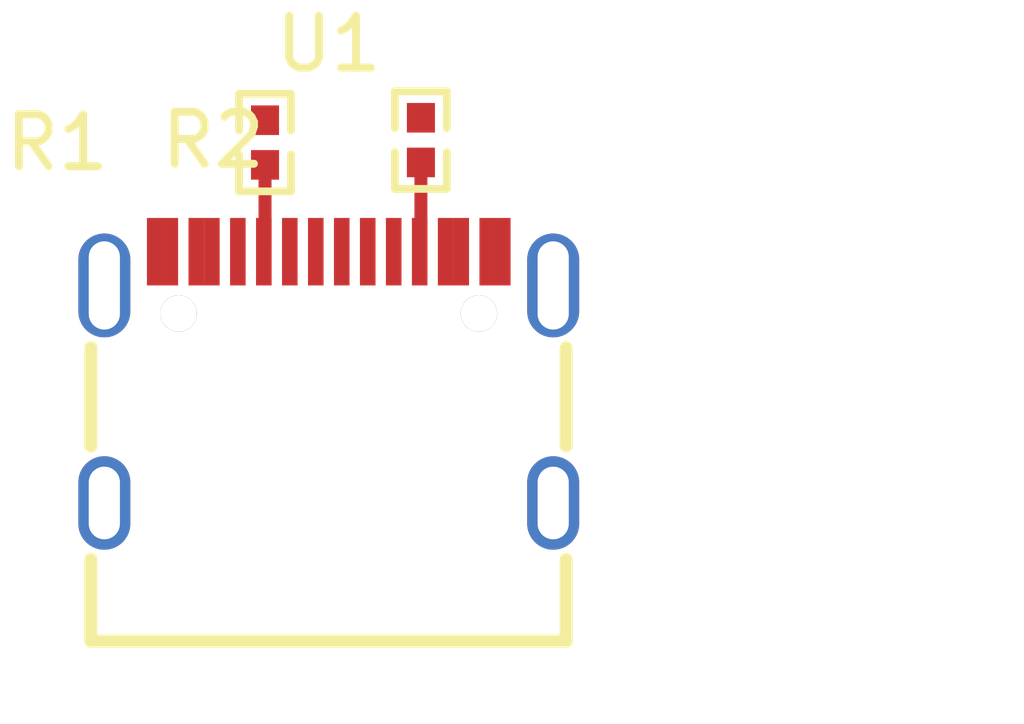
<source format=kicad_pcb>
(kicad_pcb (version 20241229) (generator "pcbnew") (generator_version "9.0")
  (layers (0 "F.Cu" signal) (2 "B.Cu" signal) (13 "F.Paste" user) (15 "B.Paste" user) (5 "F.SilkS" user "F.Silkscreen") (7 "B.SilkS" user "B.Silkscreen") (1 "F.Mask" user) (3 "B.Mask" user) (25 "Edge.Cuts" user))
  (net 0 "")
  (net 1 "SUB2")
  (net 8 "A8")
  (net 24 "B5")
  (net 25 "VBUS")
  (net 26 "CC1")
  (net 27 "net")
  (net 28 "DP1")
  (net 29 "gnd")
  (net 30 "DN1")
  (footprint "kinghelm_KH_TYPE_C_16P:USB-C-SMD_KH-TYPE-C-16P" (layer "F.Cu") (at 130.625 64.965 0)
    (property "Reference" "U1" (at 0 -6.42 0) (layer "F.SilkS") (hide no))
    (property "Value" "")
    (fp_line (start -4.58 -0.57) (end -4.58 1.32) (stroke (width 0.25)) (layer "F.SilkS"))
    (fp_line (start -4.58 3.51) (end -4.58 5.08) (stroke (width 0.25)) (layer "F.SilkS"))
    (fp_line (start -4.58 5.08) (end 4.57 5.08) (stroke (width 0.25)) (layer "F.SilkS"))
    (fp_line (start 4.57 1.32) (end 4.57 -0.57) (stroke (width 0.25)) (layer "F.SilkS"))
    (fp_line (start 4.57 5.08) (end 4.57 3.51) (stroke (width 0.25)) (layer "F.SilkS"))
    (fp_text user "${REFERENCE}" (at 0 -6.42 0) (layer "F.SilkS"))
    (pad "" thru_hole circle (at -2.89 -1.23 0) (size 0.7 0.7) (drill 0.7) (layers "*.Cu" "*.Mask") (net 27 "net"))
    (pad "" thru_hole circle (at 2.89 -1.23 0) (size 0.7 0.7) (drill 0.7) (layers "*.Cu" "*.Mask") (net 27 "net"))
    (pad "1" thru_hole oval (at -4.32 -1.77 0) (size 1 2) (drill oval 0.599999 1.699997) (layers "*.Cu" "*.Mask") (net 29 "gnd"))
    (pad "2" thru_hole oval (at 4.32 -1.77 0) (size 1 2) (drill oval 0.599999 1.699997) (layers "*.Cu" "*.Mask") (net 29 "gnd"))
    (pad "3" thru_hole oval (at -4.32 2.42 0) (size 1 1.8) (drill oval 0.599999 1.399997) (layers "*.Cu" "*.Mask") (net 29 "gnd"))
    (pad "4" thru_hole oval (at 4.32 2.42 0) (size 1 1.8) (drill oval 0.599999 1.399997) (layers "*.Cu" "*.Mask") (net 29 "gnd"))
    (pad "A1" smd rect (at -3.35 -2.42 0) (size 0.3 1.3) (layers "F.Cu" "F.Mask" "F.Paste") (net 29 "gnd"))
    (pad "A4" smd rect (at -2.55 -2.42 0) (size 0.3 1.3) (layers "F.Cu" "F.Mask" "F.Paste") (net 25 "VBUS"))
    (pad "A5" smd rect (at -1.25 -2.42 0) (size 0.3 1.3) (layers "F.Cu" "F.Mask" "F.Paste") (net 26 "CC1"))
    (pad "A6" smd rect (at -0.25 -2.42 0) (size 0.3 1.3) (layers "F.Cu" "F.Mask" "F.Paste") (net 28 "DP1"))
    (pad "A7" smd rect (at 0.25 -2.42 0) (size 0.3 1.3) (layers "F.Cu" "F.Mask" "F.Paste") (net 30 "DN1"))
    (pad "A8" smd rect (at 1.25 -2.42 0) (size 0.3 1.3) (layers "F.Cu" "F.Mask" "F.Paste") (net 8 "A8"))
    (pad "A9" smd rect (at 2.55 -2.42 180) (size 0.3 1.3) (layers "F.Cu" "F.Mask" "F.Paste") (net 25 "VBUS"))
    (pad "A12" smd rect (at 3.35 -2.42 0) (size 0.3 1.3) (layers "F.Cu" "F.Mask" "F.Paste") (net 29 "gnd"))
    (pad "B1" smd rect (at 3.05 -2.42 0) (size 0.3 1.3) (layers "F.Cu" "F.Mask" "F.Paste") (net 29 "gnd"))
    (pad "B4" smd rect (at 2.25 -2.42 180) (size 0.3 1.3) (layers "F.Cu" "F.Mask" "F.Paste") (net 25 "VBUS"))
    (pad "B5" smd rect (at 1.75 -2.42 0) (size 0.3 1.3) (layers "F.Cu" "F.Mask" "F.Paste") (net 24 "B5"))
    (pad "B6" smd rect (at 0.75 -2.42 0) (size 0.3 1.3) (layers "F.Cu" "F.Mask" "F.Paste") (net 28 "DP1"))
    (pad "B7" smd rect (at -0.75 -2.42 0) (size 0.3 1.3) (layers "F.Cu" "F.Mask" "F.Paste") (net 30 "DN1"))
    (pad "B8" smd rect (at -1.75 -2.42 0) (size 0.3 1.3) (layers "F.Cu" "F.Mask" "F.Paste") (net 1 "SUB2"))
    (pad "B9" smd rect (at -2.25 -2.42 0) (size 0.3 1.3) (layers "F.Cu" "F.Mask" "F.Paste") (net 25 "VBUS"))
    (pad "B12" smd rect (at -3.05 -2.42 0) (size 0.3 1.3) (layers "F.Cu" "F.Mask" "F.Paste") (net 29 "gnd"))
  )
  (footprint "UNI_ROYAL_0402WGF5101TCE:R0402" (layer "F.Cu") (at 129.397949 60.442503 90)
    (property "Reference" "R1" (at 0 -4 0) (layer "F.SilkS") (hide no))
    (property "Value" "5.1kΩ ±1% 62.5mW")
    (fp_line (start 0.94 -0.5) (end 0.23 -0.5) (stroke (width 0.15)) (layer "F.SilkS"))
    (fp_line (start -0.94 -0.5) (end -0.23 -0.5) (stroke (width 0.15)) (layer "F.SilkS"))
    (fp_line (start 0.94 0.5) (end 0.94 -0.5) (stroke (width 0.15)) (layer "F.SilkS"))
    (fp_line (start 0.23 0.5) (end 0.94 0.5) (stroke (width 0.15)) (layer "F.SilkS"))
    (fp_line (start -0.23 0.5) (end -0.94 0.5) (stroke (width 0.15)) (layer "F.SilkS"))
    (fp_line (start -0.94 0.5) (end -0.94 -0.5) (stroke (width 0.15)) (layer "F.SilkS"))
    (fp_text user "${REFERENCE}" (at 0 -4 0) (layer "F.SilkS"))
    (pad "1" smd rect (at -0.43 0 90) (size 0.57 0.54) (layers "F.Cu" "F.Mask" "F.Paste") (net 26 "CC1"))
    (pad "2" smd rect (at 0.43 0 90) (size 0.57 0.54) (layers "F.Cu" "F.Mask" "F.Paste") (net 29 "gnd"))
  )
  (footprint "UNI_ROYAL_0402WGF5101TCE:R0402" (layer "F.Cu") (at 132.398595 60.39543 90)
    (property "Reference" "R2" (at 0 -4 0) (layer "F.SilkS") (hide no))
    (property "Value" "5.1kΩ ±1% 62.5mW")
    (fp_line (start 0.94 -0.5) (end 0.23 -0.5) (stroke (width 0.15)) (layer "F.SilkS"))
    (fp_line (start -0.94 -0.5) (end -0.23 -0.5) (stroke (width 0.15)) (layer "F.SilkS"))
    (fp_line (start 0.94 0.5) (end 0.94 -0.5) (stroke (width 0.15)) (layer "F.SilkS"))
    (fp_line (start 0.23 0.5) (end 0.94 0.5) (stroke (width 0.15)) (layer "F.SilkS"))
    (fp_line (start -0.23 0.5) (end -0.94 0.5) (stroke (width 0.15)) (layer "F.SilkS"))
    (fp_line (start -0.94 0.5) (end -0.94 -0.5) (stroke (width 0.15)) (layer "F.SilkS"))
    (fp_text user "${REFERENCE}" (at 0 -4 0) (layer "F.SilkS"))
    (pad "1" smd rect (at -0.43 0 90) (size 0.57 0.54) (layers "F.Cu" "F.Mask" "F.Paste") (net 24 "B5"))
    (pad "2" smd rect (at 0.43 0 90) (size 0.57 0.54) (layers "F.Cu" "F.Mask" "F.Paste") (net 29 "gnd"))
  )
  (segment (start 129.397949 62.522051) (end 129.375 62.545) (width 0.25) (net 0) (layer "F.Cu"))
  (segment (start 129.397949 60.952503) (end 129.397949 62.522051) (width 0.25) (net 0) (layer "F.Cu"))
  (segment (start 132.398595 62.521405) (end 132.375 62.545) (width 0.25) (net 0) (layer "F.Cu"))
  (segment (start 132.398595 60.90543) (end 132.398595 62.521405) (width 0.25) (net 0) (layer "F.Cu"))
)
</source>
